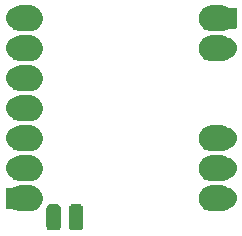
<source format=gbr>
%TF.GenerationSoftware,KiCad,Pcbnew,7.0.10*%
%TF.CreationDate,2024-01-21T16:59:30+01:00*%
%TF.ProjectId,powermeter,706f7765-726d-4657-9465-722e6b696361,rev?*%
%TF.SameCoordinates,Original*%
%TF.FileFunction,Soldermask,Bot*%
%TF.FilePolarity,Negative*%
%FSLAX46Y46*%
G04 Gerber Fmt 4.6, Leading zero omitted, Abs format (unit mm)*
G04 Created by KiCad (PCBNEW 7.0.10) date 2024-01-21 16:59:30*
%MOMM*%
%LPD*%
G01*
G04 APERTURE LIST*
G04 APERTURE END LIST*
G36*
X55326580Y-59546050D02*
G01*
X55332363Y-59548877D01*
X55334818Y-59549266D01*
X55374095Y-59569279D01*
X55431863Y-59597520D01*
X55514730Y-59680387D01*
X55542982Y-59738177D01*
X55562982Y-59777429D01*
X55563370Y-59779882D01*
X55566200Y-59785670D01*
X55581000Y-59887250D01*
X55581000Y-61411250D01*
X55566200Y-61512830D01*
X55563371Y-61518616D01*
X55562983Y-61521068D01*
X55542994Y-61560297D01*
X55514730Y-61618113D01*
X55431863Y-61700980D01*
X55374047Y-61729244D01*
X55334820Y-61749232D01*
X55332368Y-61749620D01*
X55326580Y-61752450D01*
X55225000Y-61767250D01*
X54717000Y-61767250D01*
X54615420Y-61752450D01*
X54609634Y-61749621D01*
X54607181Y-61749233D01*
X54567928Y-61729232D01*
X54510137Y-61700980D01*
X54427270Y-61618113D01*
X54399029Y-61560346D01*
X54379017Y-61521070D01*
X54378628Y-61518615D01*
X54375800Y-61512830D01*
X54361000Y-61411250D01*
X54361000Y-59887250D01*
X54375800Y-59785670D01*
X54378626Y-59779887D01*
X54379016Y-59777431D01*
X54399041Y-59738129D01*
X54427270Y-59680387D01*
X54510137Y-59597520D01*
X54567879Y-59569291D01*
X54607179Y-59549267D01*
X54609635Y-59548877D01*
X54615420Y-59546050D01*
X54717000Y-59531250D01*
X55225000Y-59531250D01*
X55326580Y-59546050D01*
G37*
G36*
X57231580Y-59546050D02*
G01*
X57237363Y-59548877D01*
X57239818Y-59549266D01*
X57279095Y-59569279D01*
X57336863Y-59597520D01*
X57419730Y-59680387D01*
X57447982Y-59738177D01*
X57467982Y-59777429D01*
X57468370Y-59779882D01*
X57471200Y-59785670D01*
X57486000Y-59887250D01*
X57486000Y-61411250D01*
X57471200Y-61512830D01*
X57468371Y-61518616D01*
X57467983Y-61521068D01*
X57447994Y-61560297D01*
X57419730Y-61618113D01*
X57336863Y-61700980D01*
X57279047Y-61729244D01*
X57239820Y-61749232D01*
X57237368Y-61749620D01*
X57231580Y-61752450D01*
X57130000Y-61767250D01*
X56622000Y-61767250D01*
X56520420Y-61752450D01*
X56514634Y-61749621D01*
X56512181Y-61749233D01*
X56472928Y-61729232D01*
X56415137Y-61700980D01*
X56332270Y-61618113D01*
X56304029Y-61560346D01*
X56284017Y-61521070D01*
X56283628Y-61518615D01*
X56280800Y-61512830D01*
X56266000Y-61411250D01*
X56266000Y-59887250D01*
X56280800Y-59785670D01*
X56283626Y-59779887D01*
X56284016Y-59777431D01*
X56304041Y-59738129D01*
X56332270Y-59680387D01*
X56415137Y-59597520D01*
X56472879Y-59569291D01*
X56512179Y-59549267D01*
X56514635Y-59548877D01*
X56520420Y-59546050D01*
X56622000Y-59531250D01*
X57130000Y-59531250D01*
X57231580Y-59546050D01*
G37*
G36*
X53081828Y-57945043D02*
G01*
X53091330Y-57947110D01*
X53102652Y-57947896D01*
X53197623Y-57970233D01*
X53286544Y-57989577D01*
X53294678Y-57993060D01*
X53301135Y-57994579D01*
X53394726Y-58035903D01*
X53479132Y-58072048D01*
X53483909Y-58075281D01*
X53487136Y-58076706D01*
X53579693Y-58140109D01*
X53652633Y-58189476D01*
X53654532Y-58191375D01*
X53654869Y-58191606D01*
X53798643Y-58335380D01*
X53798873Y-58335716D01*
X53800774Y-58337617D01*
X53850166Y-58410594D01*
X53913543Y-58503113D01*
X53914967Y-58506338D01*
X53918202Y-58511118D01*
X53954364Y-58595565D01*
X53995670Y-58689114D01*
X53997187Y-58695567D01*
X54000673Y-58703706D01*
X54020026Y-58792669D01*
X54042353Y-58887597D01*
X54043138Y-58898912D01*
X54045207Y-58908422D01*
X54053000Y-59039250D01*
X54045207Y-59170078D01*
X54043138Y-59179586D01*
X54042353Y-59190902D01*
X54020029Y-59285816D01*
X54000673Y-59374794D01*
X53997187Y-59382933D01*
X53995670Y-59389385D01*
X53954378Y-59482901D01*
X53918202Y-59567382D01*
X53914965Y-59572163D01*
X53913543Y-59575386D01*
X53850222Y-59667821D01*
X53800774Y-59740883D01*
X53798871Y-59742785D01*
X53798643Y-59743119D01*
X53654869Y-59886893D01*
X53654535Y-59887121D01*
X53652633Y-59889024D01*
X53579571Y-59938472D01*
X53487136Y-60001793D01*
X53483913Y-60003215D01*
X53479132Y-60006452D01*
X53394651Y-60042628D01*
X53301135Y-60083920D01*
X53294683Y-60085437D01*
X53286544Y-60088923D01*
X53197566Y-60108279D01*
X53102652Y-60130603D01*
X53091337Y-60131388D01*
X53081828Y-60133457D01*
X52951000Y-60141250D01*
X52201000Y-60141250D01*
X52070172Y-60133457D01*
X52060662Y-60131388D01*
X52049347Y-60130603D01*
X51954419Y-60108276D01*
X51865456Y-60088923D01*
X51857317Y-60085437D01*
X51850864Y-60083920D01*
X51757315Y-60042614D01*
X51672868Y-60006452D01*
X51668088Y-60003217D01*
X51664863Y-60001793D01*
X51572422Y-59938468D01*
X51547953Y-59921908D01*
X51534040Y-59917600D01*
X50966000Y-59917600D01*
X50951458Y-59914707D01*
X50939130Y-59906470D01*
X50930893Y-59894142D01*
X50928000Y-59879600D01*
X50928000Y-58179600D01*
X50930893Y-58165058D01*
X50939130Y-58152730D01*
X50951458Y-58144493D01*
X50966000Y-58141600D01*
X51562211Y-58141600D01*
X51576662Y-58137125D01*
X51664863Y-58076706D01*
X51668092Y-58075279D01*
X51672868Y-58072048D01*
X51757240Y-58035917D01*
X51850864Y-57994579D01*
X51857322Y-57993059D01*
X51865456Y-57989577D01*
X51954363Y-57970236D01*
X52049347Y-57947896D01*
X52060669Y-57947110D01*
X52070172Y-57945043D01*
X52201000Y-57937250D01*
X52951000Y-57937250D01*
X53081828Y-57945043D01*
G37*
G36*
X69246828Y-57945043D02*
G01*
X69256330Y-57947110D01*
X69267652Y-57947896D01*
X69362623Y-57970233D01*
X69451544Y-57989577D01*
X69459678Y-57993060D01*
X69466135Y-57994579D01*
X69559726Y-58035903D01*
X69644132Y-58072048D01*
X69648909Y-58075281D01*
X69652136Y-58076706D01*
X69744609Y-58140052D01*
X69780908Y-58164620D01*
X69787468Y-58167433D01*
X69870407Y-58185062D01*
X70040000Y-58260569D01*
X70190188Y-58369687D01*
X70314407Y-58507647D01*
X70407228Y-58668418D01*
X70464595Y-58844974D01*
X70484000Y-59029600D01*
X70464595Y-59214226D01*
X70407228Y-59390782D01*
X70314407Y-59551553D01*
X70190188Y-59689513D01*
X70040000Y-59798631D01*
X69870407Y-59874138D01*
X69828313Y-59883085D01*
X69820596Y-59886394D01*
X69819538Y-59887118D01*
X69817633Y-59889024D01*
X69744505Y-59938517D01*
X69652136Y-60001793D01*
X69648913Y-60003215D01*
X69644132Y-60006452D01*
X69559651Y-60042628D01*
X69466135Y-60083920D01*
X69459683Y-60085437D01*
X69451544Y-60088923D01*
X69362566Y-60108279D01*
X69267652Y-60130603D01*
X69256337Y-60131388D01*
X69246828Y-60133457D01*
X69116000Y-60141250D01*
X68366000Y-60141250D01*
X68235172Y-60133457D01*
X68225662Y-60131388D01*
X68214347Y-60130603D01*
X68119419Y-60108276D01*
X68030456Y-60088923D01*
X68022317Y-60085437D01*
X68015864Y-60083920D01*
X67922315Y-60042614D01*
X67837868Y-60006452D01*
X67833088Y-60003217D01*
X67829863Y-60001793D01*
X67737344Y-59938416D01*
X67664367Y-59889024D01*
X67662466Y-59887123D01*
X67662130Y-59886893D01*
X67518356Y-59743119D01*
X67518125Y-59742782D01*
X67516226Y-59740883D01*
X67466859Y-59667943D01*
X67403456Y-59575386D01*
X67402031Y-59572159D01*
X67398798Y-59567382D01*
X67362653Y-59482976D01*
X67321329Y-59389385D01*
X67319810Y-59382928D01*
X67316327Y-59374794D01*
X67296983Y-59285873D01*
X67274646Y-59190902D01*
X67273860Y-59179580D01*
X67271793Y-59170078D01*
X67264000Y-59039250D01*
X67271793Y-58908422D01*
X67273860Y-58898920D01*
X67274646Y-58887597D01*
X67296986Y-58792613D01*
X67316327Y-58703706D01*
X67319809Y-58695572D01*
X67321329Y-58689114D01*
X67362667Y-58595490D01*
X67398798Y-58511118D01*
X67402029Y-58506342D01*
X67403456Y-58503113D01*
X67466916Y-58410472D01*
X67516226Y-58337617D01*
X67518123Y-58335719D01*
X67518356Y-58335380D01*
X67662130Y-58191606D01*
X67662469Y-58191373D01*
X67664367Y-58189476D01*
X67737222Y-58140166D01*
X67829863Y-58076706D01*
X67833092Y-58075279D01*
X67837868Y-58072048D01*
X67922240Y-58035917D01*
X68015864Y-57994579D01*
X68022322Y-57993059D01*
X68030456Y-57989577D01*
X68119363Y-57970236D01*
X68214347Y-57947896D01*
X68225669Y-57947110D01*
X68235172Y-57945043D01*
X68366000Y-57937250D01*
X69116000Y-57937250D01*
X69246828Y-57945043D01*
G37*
G36*
X53081828Y-55405043D02*
G01*
X53091330Y-55407110D01*
X53102652Y-55407896D01*
X53197623Y-55430233D01*
X53286544Y-55449577D01*
X53294678Y-55453060D01*
X53301135Y-55454579D01*
X53394726Y-55495903D01*
X53479132Y-55532048D01*
X53483909Y-55535281D01*
X53487136Y-55536706D01*
X53579693Y-55600109D01*
X53652633Y-55649476D01*
X53654532Y-55651375D01*
X53654869Y-55651606D01*
X53798643Y-55795380D01*
X53798873Y-55795716D01*
X53800774Y-55797617D01*
X53850166Y-55870594D01*
X53913543Y-55963113D01*
X53914967Y-55966338D01*
X53918202Y-55971118D01*
X53954364Y-56055565D01*
X53995670Y-56149114D01*
X53997187Y-56155567D01*
X54000673Y-56163706D01*
X54020026Y-56252669D01*
X54042353Y-56347597D01*
X54043138Y-56358912D01*
X54045207Y-56368422D01*
X54053000Y-56499250D01*
X54045207Y-56630078D01*
X54043138Y-56639586D01*
X54042353Y-56650902D01*
X54020029Y-56745816D01*
X54000673Y-56834794D01*
X53997187Y-56842933D01*
X53995670Y-56849385D01*
X53954378Y-56942901D01*
X53918202Y-57027382D01*
X53914965Y-57032163D01*
X53913543Y-57035386D01*
X53850222Y-57127821D01*
X53800774Y-57200883D01*
X53798871Y-57202785D01*
X53798643Y-57203119D01*
X53654869Y-57346893D01*
X53654535Y-57347121D01*
X53652633Y-57349024D01*
X53579571Y-57398472D01*
X53487136Y-57461793D01*
X53483913Y-57463215D01*
X53479132Y-57466452D01*
X53394651Y-57502628D01*
X53301135Y-57543920D01*
X53294683Y-57545437D01*
X53286544Y-57548923D01*
X53197566Y-57568279D01*
X53102652Y-57590603D01*
X53091337Y-57591388D01*
X53081828Y-57593457D01*
X52951000Y-57601250D01*
X52201000Y-57601250D01*
X52070172Y-57593457D01*
X52060662Y-57591388D01*
X52049347Y-57590603D01*
X51954419Y-57568276D01*
X51865456Y-57548923D01*
X51857317Y-57545437D01*
X51850864Y-57543920D01*
X51757315Y-57502614D01*
X51672868Y-57466452D01*
X51668088Y-57463217D01*
X51664863Y-57461793D01*
X51572344Y-57398416D01*
X51499367Y-57349024D01*
X51497466Y-57347123D01*
X51497130Y-57346893D01*
X51441217Y-57290981D01*
X51434885Y-57286628D01*
X51372000Y-57258631D01*
X51221812Y-57149513D01*
X51097593Y-57011553D01*
X51004772Y-56850782D01*
X50947405Y-56674226D01*
X50928000Y-56489600D01*
X50947405Y-56304974D01*
X51004772Y-56128418D01*
X51097593Y-55967647D01*
X51221812Y-55829687D01*
X51372000Y-55720569D01*
X51469669Y-55677083D01*
X51476005Y-55672730D01*
X51497126Y-55651608D01*
X51497472Y-55651370D01*
X51499367Y-55649476D01*
X51572173Y-55600199D01*
X51664863Y-55536706D01*
X51668092Y-55535279D01*
X51672868Y-55532048D01*
X51757240Y-55495917D01*
X51850864Y-55454579D01*
X51857322Y-55453059D01*
X51865456Y-55449577D01*
X51954363Y-55430236D01*
X52049347Y-55407896D01*
X52060669Y-55407110D01*
X52070172Y-55405043D01*
X52201000Y-55397250D01*
X52951000Y-55397250D01*
X53081828Y-55405043D01*
G37*
G36*
X69246828Y-55405043D02*
G01*
X69256330Y-55407110D01*
X69267652Y-55407896D01*
X69362623Y-55430233D01*
X69451544Y-55449577D01*
X69459678Y-55453060D01*
X69466135Y-55454579D01*
X69559726Y-55495903D01*
X69644132Y-55532048D01*
X69648909Y-55535281D01*
X69652136Y-55536706D01*
X69744609Y-55600052D01*
X69780908Y-55624620D01*
X69787468Y-55627433D01*
X69870407Y-55645062D01*
X70040000Y-55720569D01*
X70190188Y-55829687D01*
X70314407Y-55967647D01*
X70407228Y-56128418D01*
X70464595Y-56304974D01*
X70484000Y-56489600D01*
X70464595Y-56674226D01*
X70407228Y-56850782D01*
X70314407Y-57011553D01*
X70190188Y-57149513D01*
X70040000Y-57258631D01*
X69870407Y-57334138D01*
X69828313Y-57343085D01*
X69820596Y-57346394D01*
X69819538Y-57347118D01*
X69817633Y-57349024D01*
X69744505Y-57398517D01*
X69652136Y-57461793D01*
X69648913Y-57463215D01*
X69644132Y-57466452D01*
X69559651Y-57502628D01*
X69466135Y-57543920D01*
X69459683Y-57545437D01*
X69451544Y-57548923D01*
X69362566Y-57568279D01*
X69267652Y-57590603D01*
X69256337Y-57591388D01*
X69246828Y-57593457D01*
X69116000Y-57601250D01*
X68366000Y-57601250D01*
X68235172Y-57593457D01*
X68225662Y-57591388D01*
X68214347Y-57590603D01*
X68119419Y-57568276D01*
X68030456Y-57548923D01*
X68022317Y-57545437D01*
X68015864Y-57543920D01*
X67922315Y-57502614D01*
X67837868Y-57466452D01*
X67833088Y-57463217D01*
X67829863Y-57461793D01*
X67737344Y-57398416D01*
X67664367Y-57349024D01*
X67662466Y-57347123D01*
X67662130Y-57346893D01*
X67518356Y-57203119D01*
X67518125Y-57202782D01*
X67516226Y-57200883D01*
X67466859Y-57127943D01*
X67403456Y-57035386D01*
X67402031Y-57032159D01*
X67398798Y-57027382D01*
X67362653Y-56942976D01*
X67321329Y-56849385D01*
X67319810Y-56842928D01*
X67316327Y-56834794D01*
X67296983Y-56745873D01*
X67274646Y-56650902D01*
X67273860Y-56639580D01*
X67271793Y-56630078D01*
X67264000Y-56499250D01*
X67271793Y-56368422D01*
X67273860Y-56358920D01*
X67274646Y-56347597D01*
X67296986Y-56252613D01*
X67316327Y-56163706D01*
X67319809Y-56155572D01*
X67321329Y-56149114D01*
X67362667Y-56055490D01*
X67398798Y-55971118D01*
X67402029Y-55966342D01*
X67403456Y-55963113D01*
X67466916Y-55870472D01*
X67516226Y-55797617D01*
X67518123Y-55795719D01*
X67518356Y-55795380D01*
X67662130Y-55651606D01*
X67662469Y-55651373D01*
X67664367Y-55649476D01*
X67737222Y-55600166D01*
X67829863Y-55536706D01*
X67833092Y-55535279D01*
X67837868Y-55532048D01*
X67922240Y-55495917D01*
X68015864Y-55454579D01*
X68022322Y-55453059D01*
X68030456Y-55449577D01*
X68119363Y-55430236D01*
X68214347Y-55407896D01*
X68225669Y-55407110D01*
X68235172Y-55405043D01*
X68366000Y-55397250D01*
X69116000Y-55397250D01*
X69246828Y-55405043D01*
G37*
G36*
X53081828Y-52865043D02*
G01*
X53091330Y-52867110D01*
X53102652Y-52867896D01*
X53197623Y-52890233D01*
X53286544Y-52909577D01*
X53294678Y-52913060D01*
X53301135Y-52914579D01*
X53394726Y-52955903D01*
X53479132Y-52992048D01*
X53483909Y-52995281D01*
X53487136Y-52996706D01*
X53579693Y-53060109D01*
X53652633Y-53109476D01*
X53654532Y-53111375D01*
X53654869Y-53111606D01*
X53798643Y-53255380D01*
X53798873Y-53255716D01*
X53800774Y-53257617D01*
X53850166Y-53330594D01*
X53913543Y-53423113D01*
X53914967Y-53426338D01*
X53918202Y-53431118D01*
X53954364Y-53515565D01*
X53995670Y-53609114D01*
X53997187Y-53615567D01*
X54000673Y-53623706D01*
X54020026Y-53712669D01*
X54042353Y-53807597D01*
X54043138Y-53818912D01*
X54045207Y-53828422D01*
X54053000Y-53959250D01*
X54045207Y-54090078D01*
X54043138Y-54099586D01*
X54042353Y-54110902D01*
X54020029Y-54205816D01*
X54000673Y-54294794D01*
X53997187Y-54302933D01*
X53995670Y-54309385D01*
X53954378Y-54402901D01*
X53918202Y-54487382D01*
X53914965Y-54492163D01*
X53913543Y-54495386D01*
X53850222Y-54587821D01*
X53800774Y-54660883D01*
X53798871Y-54662785D01*
X53798643Y-54663119D01*
X53654869Y-54806893D01*
X53654535Y-54807121D01*
X53652633Y-54809024D01*
X53579571Y-54858472D01*
X53487136Y-54921793D01*
X53483913Y-54923215D01*
X53479132Y-54926452D01*
X53394651Y-54962628D01*
X53301135Y-55003920D01*
X53294683Y-55005437D01*
X53286544Y-55008923D01*
X53197566Y-55028279D01*
X53102652Y-55050603D01*
X53091337Y-55051388D01*
X53081828Y-55053457D01*
X52951000Y-55061250D01*
X52201000Y-55061250D01*
X52070172Y-55053457D01*
X52060662Y-55051388D01*
X52049347Y-55050603D01*
X51954419Y-55028276D01*
X51865456Y-55008923D01*
X51857317Y-55005437D01*
X51850864Y-55003920D01*
X51757315Y-54962614D01*
X51672868Y-54926452D01*
X51668088Y-54923217D01*
X51664863Y-54921793D01*
X51572344Y-54858416D01*
X51499367Y-54809024D01*
X51497466Y-54807123D01*
X51497130Y-54806893D01*
X51441217Y-54750981D01*
X51434885Y-54746628D01*
X51372000Y-54718631D01*
X51221812Y-54609513D01*
X51097593Y-54471553D01*
X51004772Y-54310782D01*
X50947405Y-54134226D01*
X50928000Y-53949600D01*
X50947405Y-53764974D01*
X51004772Y-53588418D01*
X51097593Y-53427647D01*
X51221812Y-53289687D01*
X51372000Y-53180569D01*
X51469669Y-53137083D01*
X51476005Y-53132730D01*
X51497126Y-53111608D01*
X51497472Y-53111370D01*
X51499367Y-53109476D01*
X51572173Y-53060199D01*
X51664863Y-52996706D01*
X51668092Y-52995279D01*
X51672868Y-52992048D01*
X51757240Y-52955917D01*
X51850864Y-52914579D01*
X51857322Y-52913059D01*
X51865456Y-52909577D01*
X51954363Y-52890236D01*
X52049347Y-52867896D01*
X52060669Y-52867110D01*
X52070172Y-52865043D01*
X52201000Y-52857250D01*
X52951000Y-52857250D01*
X53081828Y-52865043D01*
G37*
G36*
X69246828Y-52865043D02*
G01*
X69256330Y-52867110D01*
X69267652Y-52867896D01*
X69362623Y-52890233D01*
X69451544Y-52909577D01*
X69459678Y-52913060D01*
X69466135Y-52914579D01*
X69559726Y-52955903D01*
X69644132Y-52992048D01*
X69648909Y-52995281D01*
X69652136Y-52996706D01*
X69744609Y-53060052D01*
X69780908Y-53084620D01*
X69787468Y-53087433D01*
X69870407Y-53105062D01*
X70040000Y-53180569D01*
X70190188Y-53289687D01*
X70314407Y-53427647D01*
X70407228Y-53588418D01*
X70464595Y-53764974D01*
X70484000Y-53949600D01*
X70464595Y-54134226D01*
X70407228Y-54310782D01*
X70314407Y-54471553D01*
X70190188Y-54609513D01*
X70040000Y-54718631D01*
X69870407Y-54794138D01*
X69828313Y-54803085D01*
X69820596Y-54806394D01*
X69819538Y-54807118D01*
X69817633Y-54809024D01*
X69744505Y-54858517D01*
X69652136Y-54921793D01*
X69648913Y-54923215D01*
X69644132Y-54926452D01*
X69559651Y-54962628D01*
X69466135Y-55003920D01*
X69459683Y-55005437D01*
X69451544Y-55008923D01*
X69362566Y-55028279D01*
X69267652Y-55050603D01*
X69256337Y-55051388D01*
X69246828Y-55053457D01*
X69116000Y-55061250D01*
X68366000Y-55061250D01*
X68235172Y-55053457D01*
X68225662Y-55051388D01*
X68214347Y-55050603D01*
X68119419Y-55028276D01*
X68030456Y-55008923D01*
X68022317Y-55005437D01*
X68015864Y-55003920D01*
X67922315Y-54962614D01*
X67837868Y-54926452D01*
X67833088Y-54923217D01*
X67829863Y-54921793D01*
X67737344Y-54858416D01*
X67664367Y-54809024D01*
X67662466Y-54807123D01*
X67662130Y-54806893D01*
X67518356Y-54663119D01*
X67518125Y-54662782D01*
X67516226Y-54660883D01*
X67466859Y-54587943D01*
X67403456Y-54495386D01*
X67402031Y-54492159D01*
X67398798Y-54487382D01*
X67362653Y-54402976D01*
X67321329Y-54309385D01*
X67319810Y-54302928D01*
X67316327Y-54294794D01*
X67296983Y-54205873D01*
X67274646Y-54110902D01*
X67273860Y-54099580D01*
X67271793Y-54090078D01*
X67264000Y-53959250D01*
X67271793Y-53828422D01*
X67273860Y-53818920D01*
X67274646Y-53807597D01*
X67296986Y-53712613D01*
X67316327Y-53623706D01*
X67319809Y-53615572D01*
X67321329Y-53609114D01*
X67362667Y-53515490D01*
X67398798Y-53431118D01*
X67402029Y-53426342D01*
X67403456Y-53423113D01*
X67466916Y-53330472D01*
X67516226Y-53257617D01*
X67518123Y-53255719D01*
X67518356Y-53255380D01*
X67662130Y-53111606D01*
X67662469Y-53111373D01*
X67664367Y-53109476D01*
X67737222Y-53060166D01*
X67829863Y-52996706D01*
X67833092Y-52995279D01*
X67837868Y-52992048D01*
X67922240Y-52955917D01*
X68015864Y-52914579D01*
X68022322Y-52913059D01*
X68030456Y-52909577D01*
X68119363Y-52890236D01*
X68214347Y-52867896D01*
X68225669Y-52867110D01*
X68235172Y-52865043D01*
X68366000Y-52857250D01*
X69116000Y-52857250D01*
X69246828Y-52865043D01*
G37*
G36*
X53081828Y-50325043D02*
G01*
X53091330Y-50327110D01*
X53102652Y-50327896D01*
X53197623Y-50350233D01*
X53286544Y-50369577D01*
X53294678Y-50373060D01*
X53301135Y-50374579D01*
X53394726Y-50415903D01*
X53479132Y-50452048D01*
X53483909Y-50455281D01*
X53487136Y-50456706D01*
X53579693Y-50520109D01*
X53652633Y-50569476D01*
X53654532Y-50571375D01*
X53654869Y-50571606D01*
X53798643Y-50715380D01*
X53798873Y-50715716D01*
X53800774Y-50717617D01*
X53850166Y-50790594D01*
X53913543Y-50883113D01*
X53914967Y-50886338D01*
X53918202Y-50891118D01*
X53954364Y-50975565D01*
X53995670Y-51069114D01*
X53997187Y-51075567D01*
X54000673Y-51083706D01*
X54020026Y-51172669D01*
X54042353Y-51267597D01*
X54043138Y-51278912D01*
X54045207Y-51288422D01*
X54053000Y-51419250D01*
X54045207Y-51550078D01*
X54043138Y-51559586D01*
X54042353Y-51570902D01*
X54020029Y-51665816D01*
X54000673Y-51754794D01*
X53997187Y-51762933D01*
X53995670Y-51769385D01*
X53954378Y-51862901D01*
X53918202Y-51947382D01*
X53914965Y-51952163D01*
X53913543Y-51955386D01*
X53850222Y-52047821D01*
X53800774Y-52120883D01*
X53798871Y-52122785D01*
X53798643Y-52123119D01*
X53654869Y-52266893D01*
X53654535Y-52267121D01*
X53652633Y-52269024D01*
X53579571Y-52318472D01*
X53487136Y-52381793D01*
X53483913Y-52383215D01*
X53479132Y-52386452D01*
X53394651Y-52422628D01*
X53301135Y-52463920D01*
X53294683Y-52465437D01*
X53286544Y-52468923D01*
X53197566Y-52488279D01*
X53102652Y-52510603D01*
X53091337Y-52511388D01*
X53081828Y-52513457D01*
X52951000Y-52521250D01*
X52201000Y-52521250D01*
X52070172Y-52513457D01*
X52060662Y-52511388D01*
X52049347Y-52510603D01*
X51954419Y-52488276D01*
X51865456Y-52468923D01*
X51857317Y-52465437D01*
X51850864Y-52463920D01*
X51757315Y-52422614D01*
X51672868Y-52386452D01*
X51668088Y-52383217D01*
X51664863Y-52381793D01*
X51572344Y-52318416D01*
X51499367Y-52269024D01*
X51497466Y-52267123D01*
X51497130Y-52266893D01*
X51441217Y-52210981D01*
X51434885Y-52206628D01*
X51372000Y-52178631D01*
X51221812Y-52069513D01*
X51097593Y-51931553D01*
X51004772Y-51770782D01*
X50947405Y-51594226D01*
X50928000Y-51409600D01*
X50947405Y-51224974D01*
X51004772Y-51048418D01*
X51097593Y-50887647D01*
X51221812Y-50749687D01*
X51372000Y-50640569D01*
X51469669Y-50597083D01*
X51476005Y-50592730D01*
X51497126Y-50571608D01*
X51497472Y-50571370D01*
X51499367Y-50569476D01*
X51572173Y-50520199D01*
X51664863Y-50456706D01*
X51668092Y-50455279D01*
X51672868Y-50452048D01*
X51757240Y-50415917D01*
X51850864Y-50374579D01*
X51857322Y-50373059D01*
X51865456Y-50369577D01*
X51954363Y-50350236D01*
X52049347Y-50327896D01*
X52060669Y-50327110D01*
X52070172Y-50325043D01*
X52201000Y-50317250D01*
X52951000Y-50317250D01*
X53081828Y-50325043D01*
G37*
G36*
X53081828Y-47785043D02*
G01*
X53091330Y-47787110D01*
X53102652Y-47787896D01*
X53197623Y-47810233D01*
X53286544Y-47829577D01*
X53294678Y-47833060D01*
X53301135Y-47834579D01*
X53394726Y-47875903D01*
X53479132Y-47912048D01*
X53483909Y-47915281D01*
X53487136Y-47916706D01*
X53579693Y-47980109D01*
X53652633Y-48029476D01*
X53654532Y-48031375D01*
X53654869Y-48031606D01*
X53798643Y-48175380D01*
X53798873Y-48175716D01*
X53800774Y-48177617D01*
X53850166Y-48250594D01*
X53913543Y-48343113D01*
X53914967Y-48346338D01*
X53918202Y-48351118D01*
X53954364Y-48435565D01*
X53995670Y-48529114D01*
X53997187Y-48535567D01*
X54000673Y-48543706D01*
X54020026Y-48632669D01*
X54042353Y-48727597D01*
X54043138Y-48738912D01*
X54045207Y-48748422D01*
X54053000Y-48879250D01*
X54045207Y-49010078D01*
X54043138Y-49019586D01*
X54042353Y-49030902D01*
X54020029Y-49125816D01*
X54000673Y-49214794D01*
X53997187Y-49222933D01*
X53995670Y-49229385D01*
X53954378Y-49322901D01*
X53918202Y-49407382D01*
X53914965Y-49412163D01*
X53913543Y-49415386D01*
X53850222Y-49507821D01*
X53800774Y-49580883D01*
X53798871Y-49582785D01*
X53798643Y-49583119D01*
X53654869Y-49726893D01*
X53654535Y-49727121D01*
X53652633Y-49729024D01*
X53579571Y-49778472D01*
X53487136Y-49841793D01*
X53483913Y-49843215D01*
X53479132Y-49846452D01*
X53394651Y-49882628D01*
X53301135Y-49923920D01*
X53294683Y-49925437D01*
X53286544Y-49928923D01*
X53197566Y-49948279D01*
X53102652Y-49970603D01*
X53091337Y-49971388D01*
X53081828Y-49973457D01*
X52951000Y-49981250D01*
X52201000Y-49981250D01*
X52070172Y-49973457D01*
X52060662Y-49971388D01*
X52049347Y-49970603D01*
X51954419Y-49948276D01*
X51865456Y-49928923D01*
X51857317Y-49925437D01*
X51850864Y-49923920D01*
X51757315Y-49882614D01*
X51672868Y-49846452D01*
X51668088Y-49843217D01*
X51664863Y-49841793D01*
X51572344Y-49778416D01*
X51499367Y-49729024D01*
X51497466Y-49727123D01*
X51497130Y-49726893D01*
X51441217Y-49670981D01*
X51434885Y-49666628D01*
X51372000Y-49638631D01*
X51221812Y-49529513D01*
X51097593Y-49391553D01*
X51004772Y-49230782D01*
X50947405Y-49054226D01*
X50928000Y-48869600D01*
X50947405Y-48684974D01*
X51004772Y-48508418D01*
X51097593Y-48347647D01*
X51221812Y-48209687D01*
X51372000Y-48100569D01*
X51469669Y-48057083D01*
X51476005Y-48052730D01*
X51497126Y-48031608D01*
X51497472Y-48031370D01*
X51499367Y-48029476D01*
X51572173Y-47980199D01*
X51664863Y-47916706D01*
X51668092Y-47915279D01*
X51672868Y-47912048D01*
X51757240Y-47875917D01*
X51850864Y-47834579D01*
X51857322Y-47833059D01*
X51865456Y-47829577D01*
X51954363Y-47810236D01*
X52049347Y-47787896D01*
X52060669Y-47787110D01*
X52070172Y-47785043D01*
X52201000Y-47777250D01*
X52951000Y-47777250D01*
X53081828Y-47785043D01*
G37*
G36*
X53081828Y-45245043D02*
G01*
X53091330Y-45247110D01*
X53102652Y-45247896D01*
X53197623Y-45270233D01*
X53286544Y-45289577D01*
X53294678Y-45293060D01*
X53301135Y-45294579D01*
X53394726Y-45335903D01*
X53479132Y-45372048D01*
X53483909Y-45375281D01*
X53487136Y-45376706D01*
X53579693Y-45440109D01*
X53652633Y-45489476D01*
X53654532Y-45491375D01*
X53654869Y-45491606D01*
X53798643Y-45635380D01*
X53798873Y-45635716D01*
X53800774Y-45637617D01*
X53850166Y-45710594D01*
X53913543Y-45803113D01*
X53914967Y-45806338D01*
X53918202Y-45811118D01*
X53954364Y-45895565D01*
X53995670Y-45989114D01*
X53997187Y-45995567D01*
X54000673Y-46003706D01*
X54020026Y-46092669D01*
X54042353Y-46187597D01*
X54043138Y-46198912D01*
X54045207Y-46208422D01*
X54053000Y-46339250D01*
X54045207Y-46470078D01*
X54043138Y-46479586D01*
X54042353Y-46490902D01*
X54020029Y-46585816D01*
X54000673Y-46674794D01*
X53997187Y-46682933D01*
X53995670Y-46689385D01*
X53954378Y-46782901D01*
X53918202Y-46867382D01*
X53914965Y-46872163D01*
X53913543Y-46875386D01*
X53850222Y-46967821D01*
X53800774Y-47040883D01*
X53798871Y-47042785D01*
X53798643Y-47043119D01*
X53654869Y-47186893D01*
X53654535Y-47187121D01*
X53652633Y-47189024D01*
X53579571Y-47238472D01*
X53487136Y-47301793D01*
X53483913Y-47303215D01*
X53479132Y-47306452D01*
X53394651Y-47342628D01*
X53301135Y-47383920D01*
X53294683Y-47385437D01*
X53286544Y-47388923D01*
X53197566Y-47408279D01*
X53102652Y-47430603D01*
X53091337Y-47431388D01*
X53081828Y-47433457D01*
X52951000Y-47441250D01*
X52201000Y-47441250D01*
X52070172Y-47433457D01*
X52060662Y-47431388D01*
X52049347Y-47430603D01*
X51954419Y-47408276D01*
X51865456Y-47388923D01*
X51857317Y-47385437D01*
X51850864Y-47383920D01*
X51757315Y-47342614D01*
X51672868Y-47306452D01*
X51668088Y-47303217D01*
X51664863Y-47301793D01*
X51572344Y-47238416D01*
X51499367Y-47189024D01*
X51497466Y-47187123D01*
X51497130Y-47186893D01*
X51441217Y-47130981D01*
X51434885Y-47126628D01*
X51372000Y-47098631D01*
X51221812Y-46989513D01*
X51097593Y-46851553D01*
X51004772Y-46690782D01*
X50947405Y-46514226D01*
X50928000Y-46329600D01*
X50947405Y-46144974D01*
X51004772Y-45968418D01*
X51097593Y-45807647D01*
X51221812Y-45669687D01*
X51372000Y-45560569D01*
X51469669Y-45517083D01*
X51476005Y-45512730D01*
X51497126Y-45491608D01*
X51497472Y-45491370D01*
X51499367Y-45489476D01*
X51572173Y-45440199D01*
X51664863Y-45376706D01*
X51668092Y-45375279D01*
X51672868Y-45372048D01*
X51757240Y-45335917D01*
X51850864Y-45294579D01*
X51857322Y-45293059D01*
X51865456Y-45289577D01*
X51954363Y-45270236D01*
X52049347Y-45247896D01*
X52060669Y-45247110D01*
X52070172Y-45245043D01*
X52201000Y-45237250D01*
X52951000Y-45237250D01*
X53081828Y-45245043D01*
G37*
G36*
X69246828Y-45245043D02*
G01*
X69256330Y-45247110D01*
X69267652Y-45247896D01*
X69362623Y-45270233D01*
X69451544Y-45289577D01*
X69459678Y-45293060D01*
X69466135Y-45294579D01*
X69559726Y-45335903D01*
X69644132Y-45372048D01*
X69648909Y-45375281D01*
X69652136Y-45376706D01*
X69744609Y-45440052D01*
X69780908Y-45464620D01*
X69787468Y-45467433D01*
X69870407Y-45485062D01*
X70040000Y-45560569D01*
X70190188Y-45669687D01*
X70314407Y-45807647D01*
X70407228Y-45968418D01*
X70464595Y-46144974D01*
X70484000Y-46329600D01*
X70464595Y-46514226D01*
X70407228Y-46690782D01*
X70314407Y-46851553D01*
X70190188Y-46989513D01*
X70040000Y-47098631D01*
X69870407Y-47174138D01*
X69828313Y-47183085D01*
X69820596Y-47186394D01*
X69819538Y-47187118D01*
X69817633Y-47189024D01*
X69744505Y-47238517D01*
X69652136Y-47301793D01*
X69648913Y-47303215D01*
X69644132Y-47306452D01*
X69559651Y-47342628D01*
X69466135Y-47383920D01*
X69459683Y-47385437D01*
X69451544Y-47388923D01*
X69362566Y-47408279D01*
X69267652Y-47430603D01*
X69256337Y-47431388D01*
X69246828Y-47433457D01*
X69116000Y-47441250D01*
X68366000Y-47441250D01*
X68235172Y-47433457D01*
X68225662Y-47431388D01*
X68214347Y-47430603D01*
X68119419Y-47408276D01*
X68030456Y-47388923D01*
X68022317Y-47385437D01*
X68015864Y-47383920D01*
X67922315Y-47342614D01*
X67837868Y-47306452D01*
X67833088Y-47303217D01*
X67829863Y-47301793D01*
X67737344Y-47238416D01*
X67664367Y-47189024D01*
X67662466Y-47187123D01*
X67662130Y-47186893D01*
X67518356Y-47043119D01*
X67518125Y-47042782D01*
X67516226Y-47040883D01*
X67466859Y-46967943D01*
X67403456Y-46875386D01*
X67402031Y-46872159D01*
X67398798Y-46867382D01*
X67362653Y-46782976D01*
X67321329Y-46689385D01*
X67319810Y-46682928D01*
X67316327Y-46674794D01*
X67296983Y-46585873D01*
X67274646Y-46490902D01*
X67273860Y-46479580D01*
X67271793Y-46470078D01*
X67264000Y-46339250D01*
X67271793Y-46208422D01*
X67273860Y-46198920D01*
X67274646Y-46187597D01*
X67296986Y-46092613D01*
X67316327Y-46003706D01*
X67319809Y-45995572D01*
X67321329Y-45989114D01*
X67362667Y-45895490D01*
X67398798Y-45811118D01*
X67402029Y-45806342D01*
X67403456Y-45803113D01*
X67466916Y-45710472D01*
X67516226Y-45637617D01*
X67518123Y-45635719D01*
X67518356Y-45635380D01*
X67662130Y-45491606D01*
X67662469Y-45491373D01*
X67664367Y-45489476D01*
X67737222Y-45440166D01*
X67829863Y-45376706D01*
X67833092Y-45375279D01*
X67837868Y-45372048D01*
X67922240Y-45335917D01*
X68015864Y-45294579D01*
X68022322Y-45293059D01*
X68030456Y-45289577D01*
X68119363Y-45270236D01*
X68214347Y-45247896D01*
X68225669Y-45247110D01*
X68235172Y-45245043D01*
X68366000Y-45237250D01*
X69116000Y-45237250D01*
X69246828Y-45245043D01*
G37*
G36*
X53081828Y-42705043D02*
G01*
X53091330Y-42707110D01*
X53102652Y-42707896D01*
X53197623Y-42730233D01*
X53286544Y-42749577D01*
X53294678Y-42753060D01*
X53301135Y-42754579D01*
X53394726Y-42795903D01*
X53479132Y-42832048D01*
X53483909Y-42835281D01*
X53487136Y-42836706D01*
X53579693Y-42900109D01*
X53652633Y-42949476D01*
X53654532Y-42951375D01*
X53654869Y-42951606D01*
X53798643Y-43095380D01*
X53798873Y-43095716D01*
X53800774Y-43097617D01*
X53850166Y-43170594D01*
X53913543Y-43263113D01*
X53914967Y-43266338D01*
X53918202Y-43271118D01*
X53954364Y-43355565D01*
X53995670Y-43449114D01*
X53997187Y-43455567D01*
X54000673Y-43463706D01*
X54020026Y-43552669D01*
X54042353Y-43647597D01*
X54043138Y-43658912D01*
X54045207Y-43668422D01*
X54053000Y-43799250D01*
X54045207Y-43930078D01*
X54043138Y-43939586D01*
X54042353Y-43950902D01*
X54020029Y-44045816D01*
X54000673Y-44134794D01*
X53997187Y-44142933D01*
X53995670Y-44149385D01*
X53954378Y-44242901D01*
X53918202Y-44327382D01*
X53914965Y-44332163D01*
X53913543Y-44335386D01*
X53850222Y-44427821D01*
X53800774Y-44500883D01*
X53798871Y-44502785D01*
X53798643Y-44503119D01*
X53654869Y-44646893D01*
X53654535Y-44647121D01*
X53652633Y-44649024D01*
X53579571Y-44698472D01*
X53487136Y-44761793D01*
X53483913Y-44763215D01*
X53479132Y-44766452D01*
X53394651Y-44802628D01*
X53301135Y-44843920D01*
X53294683Y-44845437D01*
X53286544Y-44848923D01*
X53197566Y-44868279D01*
X53102652Y-44890603D01*
X53091337Y-44891388D01*
X53081828Y-44893457D01*
X52951000Y-44901250D01*
X52201000Y-44901250D01*
X52070172Y-44893457D01*
X52060662Y-44891388D01*
X52049347Y-44890603D01*
X51954419Y-44868276D01*
X51865456Y-44848923D01*
X51857317Y-44845437D01*
X51850864Y-44843920D01*
X51757315Y-44802614D01*
X51672868Y-44766452D01*
X51668088Y-44763217D01*
X51664863Y-44761793D01*
X51572344Y-44698416D01*
X51499367Y-44649024D01*
X51497466Y-44647123D01*
X51497130Y-44646893D01*
X51441217Y-44590981D01*
X51434885Y-44586628D01*
X51372000Y-44558631D01*
X51221812Y-44449513D01*
X51097593Y-44311553D01*
X51004772Y-44150782D01*
X50947405Y-43974226D01*
X50928000Y-43789600D01*
X50947405Y-43604974D01*
X51004772Y-43428418D01*
X51097593Y-43267647D01*
X51221812Y-43129687D01*
X51372000Y-43020569D01*
X51469669Y-42977083D01*
X51476005Y-42972730D01*
X51497126Y-42951608D01*
X51497472Y-42951370D01*
X51499367Y-42949476D01*
X51572173Y-42900199D01*
X51664863Y-42836706D01*
X51668092Y-42835279D01*
X51672868Y-42832048D01*
X51757240Y-42795917D01*
X51850864Y-42754579D01*
X51857322Y-42753059D01*
X51865456Y-42749577D01*
X51954363Y-42730236D01*
X52049347Y-42707896D01*
X52060669Y-42707110D01*
X52070172Y-42705043D01*
X52201000Y-42697250D01*
X52951000Y-42697250D01*
X53081828Y-42705043D01*
G37*
G36*
X69246828Y-42705043D02*
G01*
X69256330Y-42707110D01*
X69267652Y-42707896D01*
X69362623Y-42730233D01*
X69451544Y-42749577D01*
X69459678Y-42753060D01*
X69466135Y-42754579D01*
X69559726Y-42795903D01*
X69644132Y-42832048D01*
X69648909Y-42835281D01*
X69652136Y-42836706D01*
X69740336Y-42897125D01*
X69754788Y-42901600D01*
X70446000Y-42901600D01*
X70460542Y-42904493D01*
X70472870Y-42912730D01*
X70481107Y-42925058D01*
X70484000Y-42939600D01*
X70484000Y-44639600D01*
X70481107Y-44654142D01*
X70472870Y-44666470D01*
X70460542Y-44674707D01*
X70446000Y-44677600D01*
X69782959Y-44677600D01*
X69769046Y-44681907D01*
X69744494Y-44698525D01*
X69652136Y-44761793D01*
X69648913Y-44763215D01*
X69644132Y-44766452D01*
X69559651Y-44802628D01*
X69466135Y-44843920D01*
X69459683Y-44845437D01*
X69451544Y-44848923D01*
X69362566Y-44868279D01*
X69267652Y-44890603D01*
X69256337Y-44891388D01*
X69246828Y-44893457D01*
X69116000Y-44901250D01*
X68366000Y-44901250D01*
X68235172Y-44893457D01*
X68225662Y-44891388D01*
X68214347Y-44890603D01*
X68119419Y-44868276D01*
X68030456Y-44848923D01*
X68022317Y-44845437D01*
X68015864Y-44843920D01*
X67922315Y-44802614D01*
X67837868Y-44766452D01*
X67833088Y-44763217D01*
X67829863Y-44761793D01*
X67737344Y-44698416D01*
X67664367Y-44649024D01*
X67662466Y-44647123D01*
X67662130Y-44646893D01*
X67518356Y-44503119D01*
X67518125Y-44502782D01*
X67516226Y-44500883D01*
X67466859Y-44427943D01*
X67403456Y-44335386D01*
X67402031Y-44332159D01*
X67398798Y-44327382D01*
X67362653Y-44242976D01*
X67321329Y-44149385D01*
X67319810Y-44142928D01*
X67316327Y-44134794D01*
X67296983Y-44045873D01*
X67274646Y-43950902D01*
X67273860Y-43939580D01*
X67271793Y-43930078D01*
X67264000Y-43799250D01*
X67271793Y-43668422D01*
X67273860Y-43658920D01*
X67274646Y-43647597D01*
X67296986Y-43552613D01*
X67316327Y-43463706D01*
X67319809Y-43455572D01*
X67321329Y-43449114D01*
X67362667Y-43355490D01*
X67398798Y-43271118D01*
X67402029Y-43266342D01*
X67403456Y-43263113D01*
X67466916Y-43170472D01*
X67516226Y-43097617D01*
X67518123Y-43095719D01*
X67518356Y-43095380D01*
X67662130Y-42951606D01*
X67662469Y-42951373D01*
X67664367Y-42949476D01*
X67737222Y-42900166D01*
X67829863Y-42836706D01*
X67833092Y-42835279D01*
X67837868Y-42832048D01*
X67922240Y-42795917D01*
X68015864Y-42754579D01*
X68022322Y-42753059D01*
X68030456Y-42749577D01*
X68119363Y-42730236D01*
X68214347Y-42707896D01*
X68225669Y-42707110D01*
X68235172Y-42705043D01*
X68366000Y-42697250D01*
X69116000Y-42697250D01*
X69246828Y-42705043D01*
G37*
M02*

</source>
